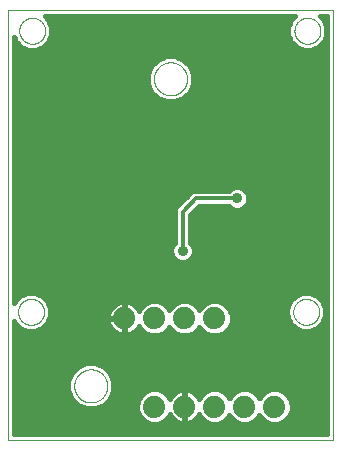
<source format=gbl>
G75*
%MOIN*%
%OFA0B0*%
%FSLAX25Y25*%
%IPPOS*%
%LPD*%
%AMOC8*
5,1,8,0,0,1.08239X$1,22.5*
%
%ADD10C,0.00000*%
%ADD11C,0.07400*%
%ADD12C,0.03562*%
%ADD13C,0.01200*%
%ADD14C,0.01600*%
D10*
X0022861Y0024554D02*
X0022861Y0167861D01*
X0131129Y0167861D01*
X0131129Y0024554D01*
X0022861Y0024554D01*
X0044908Y0042664D02*
X0044910Y0042812D01*
X0044916Y0042960D01*
X0044926Y0043108D01*
X0044940Y0043255D01*
X0044958Y0043402D01*
X0044979Y0043548D01*
X0045005Y0043694D01*
X0045035Y0043839D01*
X0045068Y0043983D01*
X0045106Y0044126D01*
X0045147Y0044268D01*
X0045192Y0044409D01*
X0045240Y0044549D01*
X0045293Y0044688D01*
X0045349Y0044825D01*
X0045409Y0044960D01*
X0045472Y0045094D01*
X0045539Y0045226D01*
X0045610Y0045356D01*
X0045684Y0045484D01*
X0045761Y0045610D01*
X0045842Y0045734D01*
X0045926Y0045856D01*
X0046013Y0045975D01*
X0046104Y0046092D01*
X0046198Y0046207D01*
X0046294Y0046319D01*
X0046394Y0046429D01*
X0046496Y0046535D01*
X0046602Y0046639D01*
X0046710Y0046740D01*
X0046821Y0046838D01*
X0046934Y0046934D01*
X0047050Y0047026D01*
X0047168Y0047115D01*
X0047289Y0047200D01*
X0047412Y0047283D01*
X0047537Y0047362D01*
X0047664Y0047438D01*
X0047793Y0047510D01*
X0047924Y0047579D01*
X0048057Y0047644D01*
X0048192Y0047705D01*
X0048328Y0047763D01*
X0048465Y0047818D01*
X0048604Y0047868D01*
X0048745Y0047915D01*
X0048886Y0047958D01*
X0049029Y0047998D01*
X0049173Y0048033D01*
X0049317Y0048065D01*
X0049463Y0048092D01*
X0049609Y0048116D01*
X0049756Y0048136D01*
X0049903Y0048152D01*
X0050050Y0048164D01*
X0050198Y0048172D01*
X0050346Y0048176D01*
X0050494Y0048176D01*
X0050642Y0048172D01*
X0050790Y0048164D01*
X0050937Y0048152D01*
X0051084Y0048136D01*
X0051231Y0048116D01*
X0051377Y0048092D01*
X0051523Y0048065D01*
X0051667Y0048033D01*
X0051811Y0047998D01*
X0051954Y0047958D01*
X0052095Y0047915D01*
X0052236Y0047868D01*
X0052375Y0047818D01*
X0052512Y0047763D01*
X0052648Y0047705D01*
X0052783Y0047644D01*
X0052916Y0047579D01*
X0053047Y0047510D01*
X0053176Y0047438D01*
X0053303Y0047362D01*
X0053428Y0047283D01*
X0053551Y0047200D01*
X0053672Y0047115D01*
X0053790Y0047026D01*
X0053906Y0046934D01*
X0054019Y0046838D01*
X0054130Y0046740D01*
X0054238Y0046639D01*
X0054344Y0046535D01*
X0054446Y0046429D01*
X0054546Y0046319D01*
X0054642Y0046207D01*
X0054736Y0046092D01*
X0054827Y0045975D01*
X0054914Y0045856D01*
X0054998Y0045734D01*
X0055079Y0045610D01*
X0055156Y0045484D01*
X0055230Y0045356D01*
X0055301Y0045226D01*
X0055368Y0045094D01*
X0055431Y0044960D01*
X0055491Y0044825D01*
X0055547Y0044688D01*
X0055600Y0044549D01*
X0055648Y0044409D01*
X0055693Y0044268D01*
X0055734Y0044126D01*
X0055772Y0043983D01*
X0055805Y0043839D01*
X0055835Y0043694D01*
X0055861Y0043548D01*
X0055882Y0043402D01*
X0055900Y0043255D01*
X0055914Y0043108D01*
X0055924Y0042960D01*
X0055930Y0042812D01*
X0055932Y0042664D01*
X0055930Y0042516D01*
X0055924Y0042368D01*
X0055914Y0042220D01*
X0055900Y0042073D01*
X0055882Y0041926D01*
X0055861Y0041780D01*
X0055835Y0041634D01*
X0055805Y0041489D01*
X0055772Y0041345D01*
X0055734Y0041202D01*
X0055693Y0041060D01*
X0055648Y0040919D01*
X0055600Y0040779D01*
X0055547Y0040640D01*
X0055491Y0040503D01*
X0055431Y0040368D01*
X0055368Y0040234D01*
X0055301Y0040102D01*
X0055230Y0039972D01*
X0055156Y0039844D01*
X0055079Y0039718D01*
X0054998Y0039594D01*
X0054914Y0039472D01*
X0054827Y0039353D01*
X0054736Y0039236D01*
X0054642Y0039121D01*
X0054546Y0039009D01*
X0054446Y0038899D01*
X0054344Y0038793D01*
X0054238Y0038689D01*
X0054130Y0038588D01*
X0054019Y0038490D01*
X0053906Y0038394D01*
X0053790Y0038302D01*
X0053672Y0038213D01*
X0053551Y0038128D01*
X0053428Y0038045D01*
X0053303Y0037966D01*
X0053176Y0037890D01*
X0053047Y0037818D01*
X0052916Y0037749D01*
X0052783Y0037684D01*
X0052648Y0037623D01*
X0052512Y0037565D01*
X0052375Y0037510D01*
X0052236Y0037460D01*
X0052095Y0037413D01*
X0051954Y0037370D01*
X0051811Y0037330D01*
X0051667Y0037295D01*
X0051523Y0037263D01*
X0051377Y0037236D01*
X0051231Y0037212D01*
X0051084Y0037192D01*
X0050937Y0037176D01*
X0050790Y0037164D01*
X0050642Y0037156D01*
X0050494Y0037152D01*
X0050346Y0037152D01*
X0050198Y0037156D01*
X0050050Y0037164D01*
X0049903Y0037176D01*
X0049756Y0037192D01*
X0049609Y0037212D01*
X0049463Y0037236D01*
X0049317Y0037263D01*
X0049173Y0037295D01*
X0049029Y0037330D01*
X0048886Y0037370D01*
X0048745Y0037413D01*
X0048604Y0037460D01*
X0048465Y0037510D01*
X0048328Y0037565D01*
X0048192Y0037623D01*
X0048057Y0037684D01*
X0047924Y0037749D01*
X0047793Y0037818D01*
X0047664Y0037890D01*
X0047537Y0037966D01*
X0047412Y0038045D01*
X0047289Y0038128D01*
X0047168Y0038213D01*
X0047050Y0038302D01*
X0046934Y0038394D01*
X0046821Y0038490D01*
X0046710Y0038588D01*
X0046602Y0038689D01*
X0046496Y0038793D01*
X0046394Y0038899D01*
X0046294Y0039009D01*
X0046198Y0039121D01*
X0046104Y0039236D01*
X0046013Y0039353D01*
X0045926Y0039472D01*
X0045842Y0039594D01*
X0045761Y0039718D01*
X0045684Y0039844D01*
X0045610Y0039972D01*
X0045539Y0040102D01*
X0045472Y0040234D01*
X0045409Y0040368D01*
X0045349Y0040503D01*
X0045293Y0040640D01*
X0045240Y0040779D01*
X0045192Y0040919D01*
X0045147Y0041060D01*
X0045106Y0041202D01*
X0045068Y0041345D01*
X0045035Y0041489D01*
X0045005Y0041634D01*
X0044979Y0041780D01*
X0044958Y0041926D01*
X0044940Y0042073D01*
X0044926Y0042220D01*
X0044916Y0042368D01*
X0044910Y0042516D01*
X0044908Y0042664D01*
X0026178Y0067339D02*
X0026180Y0067470D01*
X0026186Y0067602D01*
X0026196Y0067733D01*
X0026210Y0067864D01*
X0026228Y0067994D01*
X0026250Y0068123D01*
X0026275Y0068252D01*
X0026305Y0068380D01*
X0026339Y0068507D01*
X0026376Y0068634D01*
X0026417Y0068758D01*
X0026462Y0068882D01*
X0026511Y0069004D01*
X0026563Y0069125D01*
X0026619Y0069243D01*
X0026679Y0069361D01*
X0026742Y0069476D01*
X0026809Y0069589D01*
X0026879Y0069701D01*
X0026952Y0069810D01*
X0027028Y0069916D01*
X0027108Y0070021D01*
X0027191Y0070123D01*
X0027277Y0070222D01*
X0027366Y0070319D01*
X0027458Y0070413D01*
X0027553Y0070504D01*
X0027650Y0070593D01*
X0027750Y0070678D01*
X0027853Y0070760D01*
X0027958Y0070839D01*
X0028065Y0070915D01*
X0028175Y0070987D01*
X0028287Y0071056D01*
X0028401Y0071122D01*
X0028516Y0071184D01*
X0028634Y0071243D01*
X0028753Y0071298D01*
X0028874Y0071350D01*
X0028997Y0071397D01*
X0029121Y0071441D01*
X0029246Y0071482D01*
X0029372Y0071518D01*
X0029500Y0071551D01*
X0029628Y0071579D01*
X0029757Y0071604D01*
X0029887Y0071625D01*
X0030017Y0071642D01*
X0030148Y0071655D01*
X0030279Y0071664D01*
X0030410Y0071669D01*
X0030542Y0071670D01*
X0030673Y0071667D01*
X0030805Y0071660D01*
X0030936Y0071649D01*
X0031066Y0071634D01*
X0031196Y0071615D01*
X0031326Y0071592D01*
X0031454Y0071566D01*
X0031582Y0071535D01*
X0031709Y0071500D01*
X0031835Y0071462D01*
X0031959Y0071420D01*
X0032083Y0071374D01*
X0032204Y0071324D01*
X0032324Y0071271D01*
X0032443Y0071214D01*
X0032560Y0071154D01*
X0032674Y0071090D01*
X0032787Y0071022D01*
X0032898Y0070951D01*
X0033007Y0070877D01*
X0033113Y0070800D01*
X0033217Y0070719D01*
X0033318Y0070636D01*
X0033417Y0070549D01*
X0033513Y0070459D01*
X0033606Y0070366D01*
X0033697Y0070271D01*
X0033784Y0070173D01*
X0033869Y0070072D01*
X0033950Y0069969D01*
X0034028Y0069863D01*
X0034103Y0069755D01*
X0034175Y0069645D01*
X0034243Y0069533D01*
X0034308Y0069419D01*
X0034369Y0069302D01*
X0034427Y0069184D01*
X0034481Y0069064D01*
X0034532Y0068943D01*
X0034579Y0068820D01*
X0034622Y0068696D01*
X0034661Y0068571D01*
X0034697Y0068444D01*
X0034728Y0068316D01*
X0034756Y0068188D01*
X0034780Y0068059D01*
X0034800Y0067929D01*
X0034816Y0067798D01*
X0034828Y0067667D01*
X0034836Y0067536D01*
X0034840Y0067405D01*
X0034840Y0067273D01*
X0034836Y0067142D01*
X0034828Y0067011D01*
X0034816Y0066880D01*
X0034800Y0066749D01*
X0034780Y0066619D01*
X0034756Y0066490D01*
X0034728Y0066362D01*
X0034697Y0066234D01*
X0034661Y0066107D01*
X0034622Y0065982D01*
X0034579Y0065858D01*
X0034532Y0065735D01*
X0034481Y0065614D01*
X0034427Y0065494D01*
X0034369Y0065376D01*
X0034308Y0065259D01*
X0034243Y0065145D01*
X0034175Y0065033D01*
X0034103Y0064923D01*
X0034028Y0064815D01*
X0033950Y0064709D01*
X0033869Y0064606D01*
X0033784Y0064505D01*
X0033697Y0064407D01*
X0033606Y0064312D01*
X0033513Y0064219D01*
X0033417Y0064129D01*
X0033318Y0064042D01*
X0033217Y0063959D01*
X0033113Y0063878D01*
X0033007Y0063801D01*
X0032898Y0063727D01*
X0032787Y0063656D01*
X0032675Y0063588D01*
X0032560Y0063524D01*
X0032443Y0063464D01*
X0032324Y0063407D01*
X0032204Y0063354D01*
X0032083Y0063304D01*
X0031959Y0063258D01*
X0031835Y0063216D01*
X0031709Y0063178D01*
X0031582Y0063143D01*
X0031454Y0063112D01*
X0031326Y0063086D01*
X0031196Y0063063D01*
X0031066Y0063044D01*
X0030936Y0063029D01*
X0030805Y0063018D01*
X0030673Y0063011D01*
X0030542Y0063008D01*
X0030410Y0063009D01*
X0030279Y0063014D01*
X0030148Y0063023D01*
X0030017Y0063036D01*
X0029887Y0063053D01*
X0029757Y0063074D01*
X0029628Y0063099D01*
X0029500Y0063127D01*
X0029372Y0063160D01*
X0029246Y0063196D01*
X0029121Y0063237D01*
X0028997Y0063281D01*
X0028874Y0063328D01*
X0028753Y0063380D01*
X0028634Y0063435D01*
X0028516Y0063494D01*
X0028401Y0063556D01*
X0028287Y0063622D01*
X0028175Y0063691D01*
X0028065Y0063763D01*
X0027958Y0063839D01*
X0027853Y0063918D01*
X0027750Y0064000D01*
X0027650Y0064085D01*
X0027553Y0064174D01*
X0027458Y0064265D01*
X0027366Y0064359D01*
X0027277Y0064456D01*
X0027191Y0064555D01*
X0027108Y0064657D01*
X0027028Y0064762D01*
X0026952Y0064868D01*
X0026879Y0064977D01*
X0026809Y0065089D01*
X0026742Y0065202D01*
X0026679Y0065317D01*
X0026619Y0065435D01*
X0026563Y0065553D01*
X0026511Y0065674D01*
X0026462Y0065796D01*
X0026417Y0065920D01*
X0026376Y0066044D01*
X0026339Y0066171D01*
X0026305Y0066298D01*
X0026275Y0066426D01*
X0026250Y0066555D01*
X0026228Y0066684D01*
X0026210Y0066814D01*
X0026196Y0066945D01*
X0026186Y0067076D01*
X0026180Y0067208D01*
X0026178Y0067339D01*
X0071483Y0145026D02*
X0071485Y0145174D01*
X0071491Y0145322D01*
X0071501Y0145470D01*
X0071515Y0145617D01*
X0071533Y0145764D01*
X0071554Y0145910D01*
X0071580Y0146056D01*
X0071610Y0146201D01*
X0071643Y0146345D01*
X0071681Y0146488D01*
X0071722Y0146630D01*
X0071767Y0146771D01*
X0071815Y0146911D01*
X0071868Y0147050D01*
X0071924Y0147187D01*
X0071984Y0147322D01*
X0072047Y0147456D01*
X0072114Y0147588D01*
X0072185Y0147718D01*
X0072259Y0147846D01*
X0072336Y0147972D01*
X0072417Y0148096D01*
X0072501Y0148218D01*
X0072588Y0148337D01*
X0072679Y0148454D01*
X0072773Y0148569D01*
X0072869Y0148681D01*
X0072969Y0148791D01*
X0073071Y0148897D01*
X0073177Y0149001D01*
X0073285Y0149102D01*
X0073396Y0149200D01*
X0073509Y0149296D01*
X0073625Y0149388D01*
X0073743Y0149477D01*
X0073864Y0149562D01*
X0073987Y0149645D01*
X0074112Y0149724D01*
X0074239Y0149800D01*
X0074368Y0149872D01*
X0074499Y0149941D01*
X0074632Y0150006D01*
X0074767Y0150067D01*
X0074903Y0150125D01*
X0075040Y0150180D01*
X0075179Y0150230D01*
X0075320Y0150277D01*
X0075461Y0150320D01*
X0075604Y0150360D01*
X0075748Y0150395D01*
X0075892Y0150427D01*
X0076038Y0150454D01*
X0076184Y0150478D01*
X0076331Y0150498D01*
X0076478Y0150514D01*
X0076625Y0150526D01*
X0076773Y0150534D01*
X0076921Y0150538D01*
X0077069Y0150538D01*
X0077217Y0150534D01*
X0077365Y0150526D01*
X0077512Y0150514D01*
X0077659Y0150498D01*
X0077806Y0150478D01*
X0077952Y0150454D01*
X0078098Y0150427D01*
X0078242Y0150395D01*
X0078386Y0150360D01*
X0078529Y0150320D01*
X0078670Y0150277D01*
X0078811Y0150230D01*
X0078950Y0150180D01*
X0079087Y0150125D01*
X0079223Y0150067D01*
X0079358Y0150006D01*
X0079491Y0149941D01*
X0079622Y0149872D01*
X0079751Y0149800D01*
X0079878Y0149724D01*
X0080003Y0149645D01*
X0080126Y0149562D01*
X0080247Y0149477D01*
X0080365Y0149388D01*
X0080481Y0149296D01*
X0080594Y0149200D01*
X0080705Y0149102D01*
X0080813Y0149001D01*
X0080919Y0148897D01*
X0081021Y0148791D01*
X0081121Y0148681D01*
X0081217Y0148569D01*
X0081311Y0148454D01*
X0081402Y0148337D01*
X0081489Y0148218D01*
X0081573Y0148096D01*
X0081654Y0147972D01*
X0081731Y0147846D01*
X0081805Y0147718D01*
X0081876Y0147588D01*
X0081943Y0147456D01*
X0082006Y0147322D01*
X0082066Y0147187D01*
X0082122Y0147050D01*
X0082175Y0146911D01*
X0082223Y0146771D01*
X0082268Y0146630D01*
X0082309Y0146488D01*
X0082347Y0146345D01*
X0082380Y0146201D01*
X0082410Y0146056D01*
X0082436Y0145910D01*
X0082457Y0145764D01*
X0082475Y0145617D01*
X0082489Y0145470D01*
X0082499Y0145322D01*
X0082505Y0145174D01*
X0082507Y0145026D01*
X0082505Y0144878D01*
X0082499Y0144730D01*
X0082489Y0144582D01*
X0082475Y0144435D01*
X0082457Y0144288D01*
X0082436Y0144142D01*
X0082410Y0143996D01*
X0082380Y0143851D01*
X0082347Y0143707D01*
X0082309Y0143564D01*
X0082268Y0143422D01*
X0082223Y0143281D01*
X0082175Y0143141D01*
X0082122Y0143002D01*
X0082066Y0142865D01*
X0082006Y0142730D01*
X0081943Y0142596D01*
X0081876Y0142464D01*
X0081805Y0142334D01*
X0081731Y0142206D01*
X0081654Y0142080D01*
X0081573Y0141956D01*
X0081489Y0141834D01*
X0081402Y0141715D01*
X0081311Y0141598D01*
X0081217Y0141483D01*
X0081121Y0141371D01*
X0081021Y0141261D01*
X0080919Y0141155D01*
X0080813Y0141051D01*
X0080705Y0140950D01*
X0080594Y0140852D01*
X0080481Y0140756D01*
X0080365Y0140664D01*
X0080247Y0140575D01*
X0080126Y0140490D01*
X0080003Y0140407D01*
X0079878Y0140328D01*
X0079751Y0140252D01*
X0079622Y0140180D01*
X0079491Y0140111D01*
X0079358Y0140046D01*
X0079223Y0139985D01*
X0079087Y0139927D01*
X0078950Y0139872D01*
X0078811Y0139822D01*
X0078670Y0139775D01*
X0078529Y0139732D01*
X0078386Y0139692D01*
X0078242Y0139657D01*
X0078098Y0139625D01*
X0077952Y0139598D01*
X0077806Y0139574D01*
X0077659Y0139554D01*
X0077512Y0139538D01*
X0077365Y0139526D01*
X0077217Y0139518D01*
X0077069Y0139514D01*
X0076921Y0139514D01*
X0076773Y0139518D01*
X0076625Y0139526D01*
X0076478Y0139538D01*
X0076331Y0139554D01*
X0076184Y0139574D01*
X0076038Y0139598D01*
X0075892Y0139625D01*
X0075748Y0139657D01*
X0075604Y0139692D01*
X0075461Y0139732D01*
X0075320Y0139775D01*
X0075179Y0139822D01*
X0075040Y0139872D01*
X0074903Y0139927D01*
X0074767Y0139985D01*
X0074632Y0140046D01*
X0074499Y0140111D01*
X0074368Y0140180D01*
X0074239Y0140252D01*
X0074112Y0140328D01*
X0073987Y0140407D01*
X0073864Y0140490D01*
X0073743Y0140575D01*
X0073625Y0140664D01*
X0073509Y0140756D01*
X0073396Y0140852D01*
X0073285Y0140950D01*
X0073177Y0141051D01*
X0073071Y0141155D01*
X0072969Y0141261D01*
X0072869Y0141371D01*
X0072773Y0141483D01*
X0072679Y0141598D01*
X0072588Y0141715D01*
X0072501Y0141834D01*
X0072417Y0141956D01*
X0072336Y0142080D01*
X0072259Y0142206D01*
X0072185Y0142334D01*
X0072114Y0142464D01*
X0072047Y0142596D01*
X0071984Y0142730D01*
X0071924Y0142865D01*
X0071868Y0143002D01*
X0071815Y0143141D01*
X0071767Y0143281D01*
X0071722Y0143422D01*
X0071681Y0143564D01*
X0071643Y0143707D01*
X0071610Y0143851D01*
X0071580Y0143996D01*
X0071554Y0144142D01*
X0071533Y0144288D01*
X0071515Y0144435D01*
X0071501Y0144582D01*
X0071491Y0144730D01*
X0071485Y0144878D01*
X0071483Y0145026D01*
X0026571Y0161040D02*
X0026573Y0161171D01*
X0026579Y0161303D01*
X0026589Y0161434D01*
X0026603Y0161565D01*
X0026621Y0161695D01*
X0026643Y0161824D01*
X0026668Y0161953D01*
X0026698Y0162081D01*
X0026732Y0162208D01*
X0026769Y0162335D01*
X0026810Y0162459D01*
X0026855Y0162583D01*
X0026904Y0162705D01*
X0026956Y0162826D01*
X0027012Y0162944D01*
X0027072Y0163062D01*
X0027135Y0163177D01*
X0027202Y0163290D01*
X0027272Y0163402D01*
X0027345Y0163511D01*
X0027421Y0163617D01*
X0027501Y0163722D01*
X0027584Y0163824D01*
X0027670Y0163923D01*
X0027759Y0164020D01*
X0027851Y0164114D01*
X0027946Y0164205D01*
X0028043Y0164294D01*
X0028143Y0164379D01*
X0028246Y0164461D01*
X0028351Y0164540D01*
X0028458Y0164616D01*
X0028568Y0164688D01*
X0028680Y0164757D01*
X0028794Y0164823D01*
X0028909Y0164885D01*
X0029027Y0164944D01*
X0029146Y0164999D01*
X0029267Y0165051D01*
X0029390Y0165098D01*
X0029514Y0165142D01*
X0029639Y0165183D01*
X0029765Y0165219D01*
X0029893Y0165252D01*
X0030021Y0165280D01*
X0030150Y0165305D01*
X0030280Y0165326D01*
X0030410Y0165343D01*
X0030541Y0165356D01*
X0030672Y0165365D01*
X0030803Y0165370D01*
X0030935Y0165371D01*
X0031066Y0165368D01*
X0031198Y0165361D01*
X0031329Y0165350D01*
X0031459Y0165335D01*
X0031589Y0165316D01*
X0031719Y0165293D01*
X0031847Y0165267D01*
X0031975Y0165236D01*
X0032102Y0165201D01*
X0032228Y0165163D01*
X0032352Y0165121D01*
X0032476Y0165075D01*
X0032597Y0165025D01*
X0032717Y0164972D01*
X0032836Y0164915D01*
X0032953Y0164855D01*
X0033067Y0164791D01*
X0033180Y0164723D01*
X0033291Y0164652D01*
X0033400Y0164578D01*
X0033506Y0164501D01*
X0033610Y0164420D01*
X0033711Y0164337D01*
X0033810Y0164250D01*
X0033906Y0164160D01*
X0033999Y0164067D01*
X0034090Y0163972D01*
X0034177Y0163874D01*
X0034262Y0163773D01*
X0034343Y0163670D01*
X0034421Y0163564D01*
X0034496Y0163456D01*
X0034568Y0163346D01*
X0034636Y0163234D01*
X0034701Y0163120D01*
X0034762Y0163003D01*
X0034820Y0162885D01*
X0034874Y0162765D01*
X0034925Y0162644D01*
X0034972Y0162521D01*
X0035015Y0162397D01*
X0035054Y0162272D01*
X0035090Y0162145D01*
X0035121Y0162017D01*
X0035149Y0161889D01*
X0035173Y0161760D01*
X0035193Y0161630D01*
X0035209Y0161499D01*
X0035221Y0161368D01*
X0035229Y0161237D01*
X0035233Y0161106D01*
X0035233Y0160974D01*
X0035229Y0160843D01*
X0035221Y0160712D01*
X0035209Y0160581D01*
X0035193Y0160450D01*
X0035173Y0160320D01*
X0035149Y0160191D01*
X0035121Y0160063D01*
X0035090Y0159935D01*
X0035054Y0159808D01*
X0035015Y0159683D01*
X0034972Y0159559D01*
X0034925Y0159436D01*
X0034874Y0159315D01*
X0034820Y0159195D01*
X0034762Y0159077D01*
X0034701Y0158960D01*
X0034636Y0158846D01*
X0034568Y0158734D01*
X0034496Y0158624D01*
X0034421Y0158516D01*
X0034343Y0158410D01*
X0034262Y0158307D01*
X0034177Y0158206D01*
X0034090Y0158108D01*
X0033999Y0158013D01*
X0033906Y0157920D01*
X0033810Y0157830D01*
X0033711Y0157743D01*
X0033610Y0157660D01*
X0033506Y0157579D01*
X0033400Y0157502D01*
X0033291Y0157428D01*
X0033180Y0157357D01*
X0033068Y0157289D01*
X0032953Y0157225D01*
X0032836Y0157165D01*
X0032717Y0157108D01*
X0032597Y0157055D01*
X0032476Y0157005D01*
X0032352Y0156959D01*
X0032228Y0156917D01*
X0032102Y0156879D01*
X0031975Y0156844D01*
X0031847Y0156813D01*
X0031719Y0156787D01*
X0031589Y0156764D01*
X0031459Y0156745D01*
X0031329Y0156730D01*
X0031198Y0156719D01*
X0031066Y0156712D01*
X0030935Y0156709D01*
X0030803Y0156710D01*
X0030672Y0156715D01*
X0030541Y0156724D01*
X0030410Y0156737D01*
X0030280Y0156754D01*
X0030150Y0156775D01*
X0030021Y0156800D01*
X0029893Y0156828D01*
X0029765Y0156861D01*
X0029639Y0156897D01*
X0029514Y0156938D01*
X0029390Y0156982D01*
X0029267Y0157029D01*
X0029146Y0157081D01*
X0029027Y0157136D01*
X0028909Y0157195D01*
X0028794Y0157257D01*
X0028680Y0157323D01*
X0028568Y0157392D01*
X0028458Y0157464D01*
X0028351Y0157540D01*
X0028246Y0157619D01*
X0028143Y0157701D01*
X0028043Y0157786D01*
X0027946Y0157875D01*
X0027851Y0157966D01*
X0027759Y0158060D01*
X0027670Y0158157D01*
X0027584Y0158256D01*
X0027501Y0158358D01*
X0027421Y0158463D01*
X0027345Y0158569D01*
X0027272Y0158678D01*
X0027202Y0158790D01*
X0027135Y0158903D01*
X0027072Y0159018D01*
X0027012Y0159136D01*
X0026956Y0159254D01*
X0026904Y0159375D01*
X0026855Y0159497D01*
X0026810Y0159621D01*
X0026769Y0159745D01*
X0026732Y0159872D01*
X0026698Y0159999D01*
X0026668Y0160127D01*
X0026643Y0160256D01*
X0026621Y0160385D01*
X0026603Y0160515D01*
X0026589Y0160646D01*
X0026579Y0160777D01*
X0026573Y0160909D01*
X0026571Y0161040D01*
X0118304Y0161040D02*
X0118306Y0161171D01*
X0118312Y0161303D01*
X0118322Y0161434D01*
X0118336Y0161565D01*
X0118354Y0161695D01*
X0118376Y0161824D01*
X0118401Y0161953D01*
X0118431Y0162081D01*
X0118465Y0162208D01*
X0118502Y0162335D01*
X0118543Y0162459D01*
X0118588Y0162583D01*
X0118637Y0162705D01*
X0118689Y0162826D01*
X0118745Y0162944D01*
X0118805Y0163062D01*
X0118868Y0163177D01*
X0118935Y0163290D01*
X0119005Y0163402D01*
X0119078Y0163511D01*
X0119154Y0163617D01*
X0119234Y0163722D01*
X0119317Y0163824D01*
X0119403Y0163923D01*
X0119492Y0164020D01*
X0119584Y0164114D01*
X0119679Y0164205D01*
X0119776Y0164294D01*
X0119876Y0164379D01*
X0119979Y0164461D01*
X0120084Y0164540D01*
X0120191Y0164616D01*
X0120301Y0164688D01*
X0120413Y0164757D01*
X0120527Y0164823D01*
X0120642Y0164885D01*
X0120760Y0164944D01*
X0120879Y0164999D01*
X0121000Y0165051D01*
X0121123Y0165098D01*
X0121247Y0165142D01*
X0121372Y0165183D01*
X0121498Y0165219D01*
X0121626Y0165252D01*
X0121754Y0165280D01*
X0121883Y0165305D01*
X0122013Y0165326D01*
X0122143Y0165343D01*
X0122274Y0165356D01*
X0122405Y0165365D01*
X0122536Y0165370D01*
X0122668Y0165371D01*
X0122799Y0165368D01*
X0122931Y0165361D01*
X0123062Y0165350D01*
X0123192Y0165335D01*
X0123322Y0165316D01*
X0123452Y0165293D01*
X0123580Y0165267D01*
X0123708Y0165236D01*
X0123835Y0165201D01*
X0123961Y0165163D01*
X0124085Y0165121D01*
X0124209Y0165075D01*
X0124330Y0165025D01*
X0124450Y0164972D01*
X0124569Y0164915D01*
X0124686Y0164855D01*
X0124800Y0164791D01*
X0124913Y0164723D01*
X0125024Y0164652D01*
X0125133Y0164578D01*
X0125239Y0164501D01*
X0125343Y0164420D01*
X0125444Y0164337D01*
X0125543Y0164250D01*
X0125639Y0164160D01*
X0125732Y0164067D01*
X0125823Y0163972D01*
X0125910Y0163874D01*
X0125995Y0163773D01*
X0126076Y0163670D01*
X0126154Y0163564D01*
X0126229Y0163456D01*
X0126301Y0163346D01*
X0126369Y0163234D01*
X0126434Y0163120D01*
X0126495Y0163003D01*
X0126553Y0162885D01*
X0126607Y0162765D01*
X0126658Y0162644D01*
X0126705Y0162521D01*
X0126748Y0162397D01*
X0126787Y0162272D01*
X0126823Y0162145D01*
X0126854Y0162017D01*
X0126882Y0161889D01*
X0126906Y0161760D01*
X0126926Y0161630D01*
X0126942Y0161499D01*
X0126954Y0161368D01*
X0126962Y0161237D01*
X0126966Y0161106D01*
X0126966Y0160974D01*
X0126962Y0160843D01*
X0126954Y0160712D01*
X0126942Y0160581D01*
X0126926Y0160450D01*
X0126906Y0160320D01*
X0126882Y0160191D01*
X0126854Y0160063D01*
X0126823Y0159935D01*
X0126787Y0159808D01*
X0126748Y0159683D01*
X0126705Y0159559D01*
X0126658Y0159436D01*
X0126607Y0159315D01*
X0126553Y0159195D01*
X0126495Y0159077D01*
X0126434Y0158960D01*
X0126369Y0158846D01*
X0126301Y0158734D01*
X0126229Y0158624D01*
X0126154Y0158516D01*
X0126076Y0158410D01*
X0125995Y0158307D01*
X0125910Y0158206D01*
X0125823Y0158108D01*
X0125732Y0158013D01*
X0125639Y0157920D01*
X0125543Y0157830D01*
X0125444Y0157743D01*
X0125343Y0157660D01*
X0125239Y0157579D01*
X0125133Y0157502D01*
X0125024Y0157428D01*
X0124913Y0157357D01*
X0124801Y0157289D01*
X0124686Y0157225D01*
X0124569Y0157165D01*
X0124450Y0157108D01*
X0124330Y0157055D01*
X0124209Y0157005D01*
X0124085Y0156959D01*
X0123961Y0156917D01*
X0123835Y0156879D01*
X0123708Y0156844D01*
X0123580Y0156813D01*
X0123452Y0156787D01*
X0123322Y0156764D01*
X0123192Y0156745D01*
X0123062Y0156730D01*
X0122931Y0156719D01*
X0122799Y0156712D01*
X0122668Y0156709D01*
X0122536Y0156710D01*
X0122405Y0156715D01*
X0122274Y0156724D01*
X0122143Y0156737D01*
X0122013Y0156754D01*
X0121883Y0156775D01*
X0121754Y0156800D01*
X0121626Y0156828D01*
X0121498Y0156861D01*
X0121372Y0156897D01*
X0121247Y0156938D01*
X0121123Y0156982D01*
X0121000Y0157029D01*
X0120879Y0157081D01*
X0120760Y0157136D01*
X0120642Y0157195D01*
X0120527Y0157257D01*
X0120413Y0157323D01*
X0120301Y0157392D01*
X0120191Y0157464D01*
X0120084Y0157540D01*
X0119979Y0157619D01*
X0119876Y0157701D01*
X0119776Y0157786D01*
X0119679Y0157875D01*
X0119584Y0157966D01*
X0119492Y0158060D01*
X0119403Y0158157D01*
X0119317Y0158256D01*
X0119234Y0158358D01*
X0119154Y0158463D01*
X0119078Y0158569D01*
X0119005Y0158678D01*
X0118935Y0158790D01*
X0118868Y0158903D01*
X0118805Y0159018D01*
X0118745Y0159136D01*
X0118689Y0159254D01*
X0118637Y0159375D01*
X0118588Y0159497D01*
X0118543Y0159621D01*
X0118502Y0159745D01*
X0118465Y0159872D01*
X0118431Y0159999D01*
X0118401Y0160127D01*
X0118376Y0160256D01*
X0118354Y0160385D01*
X0118336Y0160515D01*
X0118322Y0160646D01*
X0118312Y0160777D01*
X0118306Y0160909D01*
X0118304Y0161040D01*
X0117910Y0067339D02*
X0117912Y0067470D01*
X0117918Y0067602D01*
X0117928Y0067733D01*
X0117942Y0067864D01*
X0117960Y0067994D01*
X0117982Y0068123D01*
X0118007Y0068252D01*
X0118037Y0068380D01*
X0118071Y0068507D01*
X0118108Y0068634D01*
X0118149Y0068758D01*
X0118194Y0068882D01*
X0118243Y0069004D01*
X0118295Y0069125D01*
X0118351Y0069243D01*
X0118411Y0069361D01*
X0118474Y0069476D01*
X0118541Y0069589D01*
X0118611Y0069701D01*
X0118684Y0069810D01*
X0118760Y0069916D01*
X0118840Y0070021D01*
X0118923Y0070123D01*
X0119009Y0070222D01*
X0119098Y0070319D01*
X0119190Y0070413D01*
X0119285Y0070504D01*
X0119382Y0070593D01*
X0119482Y0070678D01*
X0119585Y0070760D01*
X0119690Y0070839D01*
X0119797Y0070915D01*
X0119907Y0070987D01*
X0120019Y0071056D01*
X0120133Y0071122D01*
X0120248Y0071184D01*
X0120366Y0071243D01*
X0120485Y0071298D01*
X0120606Y0071350D01*
X0120729Y0071397D01*
X0120853Y0071441D01*
X0120978Y0071482D01*
X0121104Y0071518D01*
X0121232Y0071551D01*
X0121360Y0071579D01*
X0121489Y0071604D01*
X0121619Y0071625D01*
X0121749Y0071642D01*
X0121880Y0071655D01*
X0122011Y0071664D01*
X0122142Y0071669D01*
X0122274Y0071670D01*
X0122405Y0071667D01*
X0122537Y0071660D01*
X0122668Y0071649D01*
X0122798Y0071634D01*
X0122928Y0071615D01*
X0123058Y0071592D01*
X0123186Y0071566D01*
X0123314Y0071535D01*
X0123441Y0071500D01*
X0123567Y0071462D01*
X0123691Y0071420D01*
X0123815Y0071374D01*
X0123936Y0071324D01*
X0124056Y0071271D01*
X0124175Y0071214D01*
X0124292Y0071154D01*
X0124406Y0071090D01*
X0124519Y0071022D01*
X0124630Y0070951D01*
X0124739Y0070877D01*
X0124845Y0070800D01*
X0124949Y0070719D01*
X0125050Y0070636D01*
X0125149Y0070549D01*
X0125245Y0070459D01*
X0125338Y0070366D01*
X0125429Y0070271D01*
X0125516Y0070173D01*
X0125601Y0070072D01*
X0125682Y0069969D01*
X0125760Y0069863D01*
X0125835Y0069755D01*
X0125907Y0069645D01*
X0125975Y0069533D01*
X0126040Y0069419D01*
X0126101Y0069302D01*
X0126159Y0069184D01*
X0126213Y0069064D01*
X0126264Y0068943D01*
X0126311Y0068820D01*
X0126354Y0068696D01*
X0126393Y0068571D01*
X0126429Y0068444D01*
X0126460Y0068316D01*
X0126488Y0068188D01*
X0126512Y0068059D01*
X0126532Y0067929D01*
X0126548Y0067798D01*
X0126560Y0067667D01*
X0126568Y0067536D01*
X0126572Y0067405D01*
X0126572Y0067273D01*
X0126568Y0067142D01*
X0126560Y0067011D01*
X0126548Y0066880D01*
X0126532Y0066749D01*
X0126512Y0066619D01*
X0126488Y0066490D01*
X0126460Y0066362D01*
X0126429Y0066234D01*
X0126393Y0066107D01*
X0126354Y0065982D01*
X0126311Y0065858D01*
X0126264Y0065735D01*
X0126213Y0065614D01*
X0126159Y0065494D01*
X0126101Y0065376D01*
X0126040Y0065259D01*
X0125975Y0065145D01*
X0125907Y0065033D01*
X0125835Y0064923D01*
X0125760Y0064815D01*
X0125682Y0064709D01*
X0125601Y0064606D01*
X0125516Y0064505D01*
X0125429Y0064407D01*
X0125338Y0064312D01*
X0125245Y0064219D01*
X0125149Y0064129D01*
X0125050Y0064042D01*
X0124949Y0063959D01*
X0124845Y0063878D01*
X0124739Y0063801D01*
X0124630Y0063727D01*
X0124519Y0063656D01*
X0124407Y0063588D01*
X0124292Y0063524D01*
X0124175Y0063464D01*
X0124056Y0063407D01*
X0123936Y0063354D01*
X0123815Y0063304D01*
X0123691Y0063258D01*
X0123567Y0063216D01*
X0123441Y0063178D01*
X0123314Y0063143D01*
X0123186Y0063112D01*
X0123058Y0063086D01*
X0122928Y0063063D01*
X0122798Y0063044D01*
X0122668Y0063029D01*
X0122537Y0063018D01*
X0122405Y0063011D01*
X0122274Y0063008D01*
X0122142Y0063009D01*
X0122011Y0063014D01*
X0121880Y0063023D01*
X0121749Y0063036D01*
X0121619Y0063053D01*
X0121489Y0063074D01*
X0121360Y0063099D01*
X0121232Y0063127D01*
X0121104Y0063160D01*
X0120978Y0063196D01*
X0120853Y0063237D01*
X0120729Y0063281D01*
X0120606Y0063328D01*
X0120485Y0063380D01*
X0120366Y0063435D01*
X0120248Y0063494D01*
X0120133Y0063556D01*
X0120019Y0063622D01*
X0119907Y0063691D01*
X0119797Y0063763D01*
X0119690Y0063839D01*
X0119585Y0063918D01*
X0119482Y0064000D01*
X0119382Y0064085D01*
X0119285Y0064174D01*
X0119190Y0064265D01*
X0119098Y0064359D01*
X0119009Y0064456D01*
X0118923Y0064555D01*
X0118840Y0064657D01*
X0118760Y0064762D01*
X0118684Y0064868D01*
X0118611Y0064977D01*
X0118541Y0065089D01*
X0118474Y0065202D01*
X0118411Y0065317D01*
X0118351Y0065435D01*
X0118295Y0065553D01*
X0118243Y0065674D01*
X0118194Y0065796D01*
X0118149Y0065920D01*
X0118108Y0066044D01*
X0118071Y0066171D01*
X0118037Y0066298D01*
X0118007Y0066426D01*
X0117982Y0066555D01*
X0117960Y0066684D01*
X0117942Y0066814D01*
X0117928Y0066945D01*
X0117918Y0067076D01*
X0117912Y0067208D01*
X0117910Y0067339D01*
D11*
X0091640Y0065184D03*
X0081640Y0065184D03*
X0071640Y0065184D03*
X0061640Y0065184D03*
X0071640Y0035784D03*
X0081640Y0035784D03*
X0091640Y0035784D03*
X0101640Y0035784D03*
X0111640Y0035784D03*
D12*
X0102241Y0078501D03*
X0103028Y0091493D03*
X0099140Y0105184D03*
X0107359Y0108816D03*
X0116414Y0109603D03*
X0087890Y0087684D03*
X0081040Y0087684D03*
X0085312Y0109997D03*
X0071138Y0110390D03*
D13*
X0081040Y0100784D02*
X0081040Y0087684D01*
X0081040Y0100784D02*
X0085440Y0105184D01*
X0099140Y0105184D01*
D14*
X0096396Y0102581D02*
X0086515Y0102581D01*
X0086517Y0102584D02*
X0096393Y0102584D01*
X0096999Y0101978D01*
X0098388Y0101403D01*
X0099893Y0101403D01*
X0101282Y0101978D01*
X0102346Y0103042D01*
X0102922Y0104432D01*
X0102922Y0105936D01*
X0102346Y0107326D01*
X0101282Y0108389D01*
X0099893Y0108965D01*
X0098388Y0108965D01*
X0096999Y0108389D01*
X0096393Y0107784D01*
X0084923Y0107784D01*
X0083968Y0107388D01*
X0079568Y0102988D01*
X0078836Y0102256D01*
X0078440Y0101301D01*
X0078440Y0090431D01*
X0077835Y0089826D01*
X0077259Y0088436D01*
X0077259Y0086932D01*
X0077835Y0085542D01*
X0078899Y0084478D01*
X0080288Y0083903D01*
X0081793Y0083903D01*
X0083182Y0084478D01*
X0084246Y0085542D01*
X0084822Y0086932D01*
X0084822Y0088436D01*
X0084246Y0089826D01*
X0083640Y0090431D01*
X0083640Y0099707D01*
X0086517Y0102584D01*
X0084916Y0100983D02*
X0129129Y0100983D01*
X0129129Y0102581D02*
X0101885Y0102581D01*
X0102817Y0104180D02*
X0129129Y0104180D01*
X0129129Y0105778D02*
X0102922Y0105778D01*
X0102295Y0107377D02*
X0129129Y0107377D01*
X0129129Y0108975D02*
X0024861Y0108975D01*
X0024861Y0107377D02*
X0083957Y0107377D01*
X0082358Y0105778D02*
X0024861Y0105778D01*
X0024861Y0104180D02*
X0080760Y0104180D01*
X0079161Y0102581D02*
X0024861Y0102581D01*
X0024861Y0100983D02*
X0078440Y0100983D01*
X0078440Y0099384D02*
X0024861Y0099384D01*
X0024861Y0097786D02*
X0078440Y0097786D01*
X0078440Y0096187D02*
X0024861Y0096187D01*
X0024861Y0094589D02*
X0078440Y0094589D01*
X0078440Y0092990D02*
X0024861Y0092990D01*
X0024861Y0091392D02*
X0078440Y0091392D01*
X0077822Y0089793D02*
X0024861Y0089793D01*
X0024861Y0088195D02*
X0077259Y0088195D01*
X0077398Y0086596D02*
X0024861Y0086596D01*
X0024861Y0084998D02*
X0078379Y0084998D01*
X0083702Y0084998D02*
X0129129Y0084998D01*
X0129129Y0086596D02*
X0084683Y0086596D01*
X0084822Y0088195D02*
X0129129Y0088195D01*
X0129129Y0089793D02*
X0084259Y0089793D01*
X0083640Y0091392D02*
X0129129Y0091392D01*
X0129129Y0092990D02*
X0083640Y0092990D01*
X0083640Y0094589D02*
X0129129Y0094589D01*
X0129129Y0096187D02*
X0083640Y0096187D01*
X0083640Y0097786D02*
X0129129Y0097786D01*
X0129129Y0099384D02*
X0083640Y0099384D01*
X0082774Y0070884D02*
X0080507Y0070884D01*
X0078412Y0070016D01*
X0076808Y0068413D01*
X0076640Y0068007D01*
X0076473Y0068413D01*
X0074869Y0070016D01*
X0072774Y0070884D01*
X0070507Y0070884D01*
X0068412Y0070016D01*
X0066808Y0068413D01*
X0066521Y0067720D01*
X0066344Y0068066D01*
X0065836Y0068767D01*
X0065223Y0069379D01*
X0064523Y0069888D01*
X0063752Y0070281D01*
X0062928Y0070548D01*
X0062073Y0070684D01*
X0061840Y0070684D01*
X0061840Y0065384D01*
X0061440Y0065384D01*
X0061440Y0064984D01*
X0056140Y0064984D01*
X0056140Y0064751D01*
X0056276Y0063896D01*
X0056543Y0063072D01*
X0056936Y0062301D01*
X0057445Y0061601D01*
X0058057Y0060989D01*
X0058758Y0060480D01*
X0059529Y0060087D01*
X0060352Y0059819D01*
X0061208Y0059684D01*
X0061440Y0059684D01*
X0061440Y0064984D01*
X0061840Y0064984D01*
X0061840Y0059684D01*
X0062073Y0059684D01*
X0062928Y0059819D01*
X0063752Y0060087D01*
X0064523Y0060480D01*
X0065223Y0060989D01*
X0065836Y0061601D01*
X0066344Y0062301D01*
X0066521Y0062648D01*
X0066808Y0061955D01*
X0068412Y0060351D01*
X0070507Y0059484D01*
X0072774Y0059484D01*
X0074869Y0060351D01*
X0076473Y0061955D01*
X0076640Y0062360D01*
X0076808Y0061955D01*
X0078412Y0060351D01*
X0080507Y0059484D01*
X0082774Y0059484D01*
X0084869Y0060351D01*
X0086473Y0061955D01*
X0086640Y0062360D01*
X0086808Y0061955D01*
X0088412Y0060351D01*
X0090507Y0059484D01*
X0092774Y0059484D01*
X0094869Y0060351D01*
X0096473Y0061955D01*
X0097340Y0064050D01*
X0097340Y0066318D01*
X0096473Y0068413D01*
X0094869Y0070016D01*
X0092774Y0070884D01*
X0090507Y0070884D01*
X0088412Y0070016D01*
X0086808Y0068413D01*
X0086640Y0068007D01*
X0086473Y0068413D01*
X0084869Y0070016D01*
X0082774Y0070884D01*
X0083433Y0070611D02*
X0089848Y0070611D01*
X0087408Y0069013D02*
X0085873Y0069013D01*
X0079848Y0070611D02*
X0073433Y0070611D01*
X0075873Y0069013D02*
X0077408Y0069013D01*
X0077743Y0061020D02*
X0075538Y0061020D01*
X0067743Y0061020D02*
X0065255Y0061020D01*
X0066506Y0062618D02*
X0066533Y0062618D01*
X0061840Y0062618D02*
X0061440Y0062618D01*
X0061440Y0061020D02*
X0061840Y0061020D01*
X0061840Y0064217D02*
X0061440Y0064217D01*
X0061440Y0065384D02*
X0056140Y0065384D01*
X0056140Y0065617D01*
X0056276Y0066472D01*
X0056543Y0067295D01*
X0056936Y0068066D01*
X0057445Y0068767D01*
X0058057Y0069379D01*
X0058758Y0069888D01*
X0059529Y0070281D01*
X0060352Y0070548D01*
X0061208Y0070684D01*
X0061440Y0070684D01*
X0061440Y0065384D01*
X0061440Y0065816D02*
X0061840Y0065816D01*
X0061840Y0067414D02*
X0061440Y0067414D01*
X0061440Y0069013D02*
X0061840Y0069013D01*
X0061840Y0070611D02*
X0061440Y0070611D01*
X0060749Y0070611D02*
X0036006Y0070611D01*
X0035875Y0070925D02*
X0036839Y0068598D01*
X0036839Y0066080D01*
X0035875Y0063753D01*
X0034095Y0061972D01*
X0031768Y0061009D01*
X0029249Y0061009D01*
X0026922Y0061972D01*
X0025142Y0063753D01*
X0024861Y0064431D01*
X0024861Y0026554D01*
X0129129Y0026554D01*
X0129129Y0165861D01*
X0126767Y0165861D01*
X0128001Y0164626D01*
X0128965Y0162299D01*
X0128965Y0159781D01*
X0128001Y0157454D01*
X0126221Y0155673D01*
X0123894Y0154709D01*
X0121375Y0154709D01*
X0119048Y0155673D01*
X0117268Y0157454D01*
X0116304Y0159781D01*
X0116304Y0162299D01*
X0117268Y0164626D01*
X0118502Y0165861D01*
X0035034Y0165861D01*
X0036269Y0164626D01*
X0037233Y0162299D01*
X0037233Y0159781D01*
X0036269Y0157454D01*
X0034488Y0155673D01*
X0032161Y0154709D01*
X0029643Y0154709D01*
X0027316Y0155673D01*
X0025535Y0157454D01*
X0024861Y0159082D01*
X0024861Y0070248D01*
X0025142Y0070925D01*
X0026922Y0072706D01*
X0029249Y0073670D01*
X0031768Y0073670D01*
X0034095Y0072706D01*
X0035875Y0070925D01*
X0034591Y0072210D02*
X0118158Y0072210D01*
X0118655Y0072706D02*
X0116874Y0070925D01*
X0115910Y0068598D01*
X0115910Y0066080D01*
X0116874Y0063753D01*
X0118655Y0061972D01*
X0120982Y0061009D01*
X0123500Y0061009D01*
X0125827Y0061972D01*
X0127608Y0063753D01*
X0128572Y0066080D01*
X0128572Y0068598D01*
X0127608Y0070925D01*
X0125827Y0072706D01*
X0123500Y0073670D01*
X0120982Y0073670D01*
X0118655Y0072706D01*
X0116744Y0070611D02*
X0093433Y0070611D01*
X0095873Y0069013D02*
X0116082Y0069013D01*
X0115910Y0067414D02*
X0096886Y0067414D01*
X0097340Y0065816D02*
X0116020Y0065816D01*
X0116682Y0064217D02*
X0097340Y0064217D01*
X0096747Y0062618D02*
X0118009Y0062618D01*
X0120954Y0061020D02*
X0095538Y0061020D01*
X0087743Y0061020D02*
X0085538Y0061020D01*
X0069848Y0070611D02*
X0062532Y0070611D01*
X0065590Y0069013D02*
X0067408Y0069013D01*
X0057691Y0069013D02*
X0036668Y0069013D01*
X0036839Y0067414D02*
X0056604Y0067414D01*
X0056172Y0065816D02*
X0036730Y0065816D01*
X0036068Y0064217D02*
X0056225Y0064217D01*
X0056775Y0062618D02*
X0034741Y0062618D01*
X0031795Y0061020D02*
X0058026Y0061020D01*
X0052748Y0049830D02*
X0129129Y0049830D01*
X0129129Y0048232D02*
X0055475Y0048232D01*
X0054675Y0049032D02*
X0056788Y0046919D01*
X0057932Y0044158D01*
X0057932Y0041170D01*
X0056788Y0038409D01*
X0054675Y0036296D01*
X0051914Y0035152D01*
X0048926Y0035152D01*
X0046165Y0036296D01*
X0044052Y0038409D01*
X0042908Y0041170D01*
X0042908Y0044158D01*
X0044052Y0046919D01*
X0046165Y0049032D01*
X0048926Y0050176D01*
X0051914Y0050176D01*
X0054675Y0049032D01*
X0056907Y0046633D02*
X0129129Y0046633D01*
X0129129Y0045035D02*
X0057569Y0045035D01*
X0057932Y0043436D02*
X0129129Y0043436D01*
X0129129Y0041838D02*
X0057932Y0041838D01*
X0057546Y0040239D02*
X0068035Y0040239D01*
X0068412Y0040616D02*
X0066808Y0039013D01*
X0065940Y0036918D01*
X0065940Y0034650D01*
X0066808Y0032555D01*
X0068412Y0030951D01*
X0070507Y0030084D01*
X0072774Y0030084D01*
X0074869Y0030951D01*
X0076473Y0032555D01*
X0076760Y0033248D01*
X0076936Y0032901D01*
X0077445Y0032201D01*
X0078057Y0031589D01*
X0078758Y0031080D01*
X0079529Y0030687D01*
X0080352Y0030419D01*
X0081208Y0030284D01*
X0081440Y0030284D01*
X0081440Y0035584D01*
X0081840Y0035584D01*
X0081840Y0030284D01*
X0082073Y0030284D01*
X0082928Y0030419D01*
X0083752Y0030687D01*
X0084523Y0031080D01*
X0085223Y0031589D01*
X0085836Y0032201D01*
X0086344Y0032901D01*
X0086521Y0033248D01*
X0086808Y0032555D01*
X0088412Y0030951D01*
X0090507Y0030084D01*
X0092774Y0030084D01*
X0094869Y0030951D01*
X0096473Y0032555D01*
X0096640Y0032960D01*
X0096808Y0032555D01*
X0098412Y0030951D01*
X0100507Y0030084D01*
X0102774Y0030084D01*
X0104869Y0030951D01*
X0106473Y0032555D01*
X0106640Y0032960D01*
X0106808Y0032555D01*
X0108412Y0030951D01*
X0110507Y0030084D01*
X0112774Y0030084D01*
X0114869Y0030951D01*
X0116473Y0032555D01*
X0117340Y0034650D01*
X0117340Y0036918D01*
X0116473Y0039013D01*
X0114869Y0040616D01*
X0112774Y0041484D01*
X0110507Y0041484D01*
X0108412Y0040616D01*
X0106808Y0039013D01*
X0106640Y0038607D01*
X0106473Y0039013D01*
X0104869Y0040616D01*
X0102774Y0041484D01*
X0100507Y0041484D01*
X0098412Y0040616D01*
X0096808Y0039013D01*
X0096640Y0038607D01*
X0096473Y0039013D01*
X0094869Y0040616D01*
X0092774Y0041484D01*
X0090507Y0041484D01*
X0088412Y0040616D01*
X0086808Y0039013D01*
X0086521Y0038320D01*
X0086344Y0038666D01*
X0085836Y0039367D01*
X0085223Y0039979D01*
X0084523Y0040488D01*
X0083752Y0040881D01*
X0082928Y0041148D01*
X0082073Y0041284D01*
X0081840Y0041284D01*
X0081840Y0035984D01*
X0081440Y0035984D01*
X0081440Y0041284D01*
X0081208Y0041284D01*
X0080352Y0041148D01*
X0079529Y0040881D01*
X0078758Y0040488D01*
X0078057Y0039979D01*
X0077445Y0039367D01*
X0076936Y0038666D01*
X0076760Y0038320D01*
X0076473Y0039013D01*
X0074869Y0040616D01*
X0072774Y0041484D01*
X0070507Y0041484D01*
X0068412Y0040616D01*
X0066654Y0038641D02*
X0056884Y0038641D01*
X0055422Y0037042D02*
X0065992Y0037042D01*
X0065940Y0035444D02*
X0052618Y0035444D01*
X0048222Y0035444D02*
X0024861Y0035444D01*
X0024861Y0037042D02*
X0045418Y0037042D01*
X0043956Y0038641D02*
X0024861Y0038641D01*
X0024861Y0040239D02*
X0043294Y0040239D01*
X0042908Y0041838D02*
X0024861Y0041838D01*
X0024861Y0043436D02*
X0042908Y0043436D01*
X0043271Y0045035D02*
X0024861Y0045035D01*
X0024861Y0046633D02*
X0043933Y0046633D01*
X0045364Y0048232D02*
X0024861Y0048232D01*
X0024861Y0049830D02*
X0048092Y0049830D01*
X0066274Y0033845D02*
X0024861Y0033845D01*
X0024861Y0032247D02*
X0067116Y0032247D01*
X0069144Y0030648D02*
X0024861Y0030648D01*
X0024861Y0029050D02*
X0129129Y0029050D01*
X0129129Y0030648D02*
X0114137Y0030648D01*
X0116164Y0032247D02*
X0129129Y0032247D01*
X0129129Y0033845D02*
X0117007Y0033845D01*
X0117340Y0035444D02*
X0129129Y0035444D01*
X0129129Y0037042D02*
X0117289Y0037042D01*
X0116627Y0038641D02*
X0129129Y0038641D01*
X0129129Y0040239D02*
X0115246Y0040239D01*
X0108035Y0040239D02*
X0105246Y0040239D01*
X0106627Y0038641D02*
X0106654Y0038641D01*
X0107116Y0032247D02*
X0106164Y0032247D01*
X0104137Y0030648D02*
X0109144Y0030648D01*
X0099144Y0030648D02*
X0094137Y0030648D01*
X0096164Y0032247D02*
X0097116Y0032247D01*
X0096654Y0038641D02*
X0096627Y0038641D01*
X0095246Y0040239D02*
X0098035Y0040239D01*
X0088035Y0040239D02*
X0084865Y0040239D01*
X0086357Y0038641D02*
X0086654Y0038641D01*
X0081840Y0038641D02*
X0081440Y0038641D01*
X0081440Y0040239D02*
X0081840Y0040239D01*
X0081840Y0037042D02*
X0081440Y0037042D01*
X0081440Y0035444D02*
X0081840Y0035444D01*
X0081840Y0033845D02*
X0081440Y0033845D01*
X0081440Y0032247D02*
X0081840Y0032247D01*
X0081840Y0030648D02*
X0081440Y0030648D01*
X0079647Y0030648D02*
X0074137Y0030648D01*
X0076164Y0032247D02*
X0077412Y0032247D01*
X0083633Y0030648D02*
X0089144Y0030648D01*
X0087116Y0032247D02*
X0085869Y0032247D01*
X0078416Y0040239D02*
X0075246Y0040239D01*
X0076627Y0038641D02*
X0076923Y0038641D01*
X0029222Y0061020D02*
X0024861Y0061020D01*
X0024861Y0062618D02*
X0026276Y0062618D01*
X0024949Y0064217D02*
X0024861Y0064217D01*
X0024861Y0059421D02*
X0129129Y0059421D01*
X0129129Y0057823D02*
X0024861Y0057823D01*
X0024861Y0056224D02*
X0129129Y0056224D01*
X0129129Y0054626D02*
X0024861Y0054626D01*
X0024861Y0053027D02*
X0129129Y0053027D01*
X0129129Y0051429D02*
X0024861Y0051429D01*
X0024861Y0070611D02*
X0025011Y0070611D01*
X0024861Y0072210D02*
X0026426Y0072210D01*
X0024861Y0073808D02*
X0129129Y0073808D01*
X0129129Y0072210D02*
X0126323Y0072210D01*
X0127738Y0070611D02*
X0129129Y0070611D01*
X0129129Y0069013D02*
X0128400Y0069013D01*
X0128572Y0067414D02*
X0129129Y0067414D01*
X0129129Y0065816D02*
X0128462Y0065816D01*
X0127800Y0064217D02*
X0129129Y0064217D01*
X0129129Y0062618D02*
X0126473Y0062618D01*
X0129129Y0061020D02*
X0123528Y0061020D01*
X0129129Y0075407D02*
X0024861Y0075407D01*
X0024861Y0077005D02*
X0129129Y0077005D01*
X0129129Y0078604D02*
X0024861Y0078604D01*
X0024861Y0080202D02*
X0129129Y0080202D01*
X0129129Y0081801D02*
X0024861Y0081801D01*
X0024861Y0083399D02*
X0129129Y0083399D01*
X0129129Y0110574D02*
X0024861Y0110574D01*
X0024861Y0112172D02*
X0129129Y0112172D01*
X0129129Y0113771D02*
X0024861Y0113771D01*
X0024861Y0115369D02*
X0129129Y0115369D01*
X0129129Y0116968D02*
X0024861Y0116968D01*
X0024861Y0118566D02*
X0129129Y0118566D01*
X0129129Y0120165D02*
X0024861Y0120165D01*
X0024861Y0121763D02*
X0129129Y0121763D01*
X0129129Y0123362D02*
X0024861Y0123362D01*
X0024861Y0124960D02*
X0129129Y0124960D01*
X0129129Y0126559D02*
X0024861Y0126559D01*
X0024861Y0128157D02*
X0129129Y0128157D01*
X0129129Y0129756D02*
X0024861Y0129756D01*
X0024861Y0131354D02*
X0129129Y0131354D01*
X0129129Y0132953D02*
X0024861Y0132953D01*
X0024861Y0134551D02*
X0129129Y0134551D01*
X0129129Y0136150D02*
X0024861Y0136150D01*
X0024861Y0137749D02*
X0074935Y0137749D01*
X0075501Y0137514D02*
X0072740Y0138658D01*
X0070627Y0140771D01*
X0069483Y0143532D01*
X0069483Y0146520D01*
X0070627Y0149281D01*
X0072740Y0151394D01*
X0075501Y0152538D01*
X0078489Y0152538D01*
X0081250Y0151394D01*
X0083363Y0149281D01*
X0084507Y0146520D01*
X0084507Y0143532D01*
X0083363Y0140771D01*
X0081250Y0138658D01*
X0078489Y0137514D01*
X0075501Y0137514D01*
X0079054Y0137749D02*
X0129129Y0137749D01*
X0129129Y0139347D02*
X0081939Y0139347D01*
X0083435Y0140946D02*
X0129129Y0140946D01*
X0129129Y0142544D02*
X0084097Y0142544D01*
X0084507Y0144143D02*
X0129129Y0144143D01*
X0129129Y0145741D02*
X0084507Y0145741D01*
X0084167Y0147340D02*
X0129129Y0147340D01*
X0129129Y0148938D02*
X0083505Y0148938D01*
X0082108Y0150537D02*
X0129129Y0150537D01*
X0129129Y0152135D02*
X0079462Y0152135D01*
X0074528Y0152135D02*
X0024861Y0152135D01*
X0024861Y0150537D02*
X0071882Y0150537D01*
X0070484Y0148938D02*
X0024861Y0148938D01*
X0024861Y0147340D02*
X0069822Y0147340D01*
X0069483Y0145741D02*
X0024861Y0145741D01*
X0024861Y0144143D02*
X0069483Y0144143D01*
X0069892Y0142544D02*
X0024861Y0142544D01*
X0024861Y0140946D02*
X0070554Y0140946D01*
X0072051Y0139347D02*
X0024861Y0139347D01*
X0024861Y0153734D02*
X0129129Y0153734D01*
X0129129Y0155332D02*
X0125397Y0155332D01*
X0127478Y0156931D02*
X0129129Y0156931D01*
X0129129Y0158529D02*
X0128447Y0158529D01*
X0128965Y0160128D02*
X0129129Y0160128D01*
X0129129Y0161726D02*
X0128965Y0161726D01*
X0129129Y0163325D02*
X0128540Y0163325D01*
X0129129Y0164923D02*
X0127704Y0164923D01*
X0119872Y0155332D02*
X0033665Y0155332D01*
X0035746Y0156931D02*
X0117791Y0156931D01*
X0116822Y0158529D02*
X0036714Y0158529D01*
X0037233Y0160128D02*
X0116304Y0160128D01*
X0116304Y0161726D02*
X0037233Y0161726D01*
X0036808Y0163325D02*
X0116729Y0163325D01*
X0117565Y0164923D02*
X0035972Y0164923D01*
X0028139Y0155332D02*
X0024861Y0155332D01*
X0024861Y0156931D02*
X0026059Y0156931D01*
X0025090Y0158529D02*
X0024861Y0158529D01*
X0024861Y0027451D02*
X0129129Y0027451D01*
M02*

</source>
